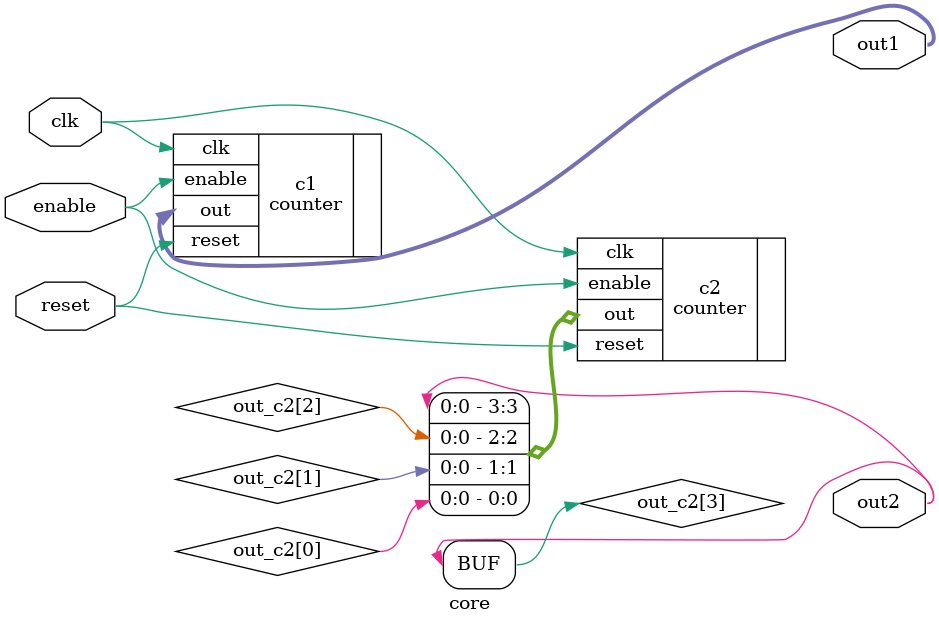
<source format=v>
/* Generated by Yosys 0.12+45 (git sha1 UNKNOWN, gcc 8.3.1 -fPIC -Os) */

module core(enable, clk, reset, out1, out2);
  input clk;
  input enable;
  output [3:0] out1;
  output out2;
  wire \out_c2[0] ;
  wire \out_c2[1] ;
  wire \out_c2[2] ;
  wire \out_c2[3] ;
  input reset;
  counter c1 (
    .clk(clk),
    .enable(enable),
    .out(out1),
    .reset(reset)
  );
  counter c2 (
    .clk(clk),
    .enable(enable),
    .out({ out2, \out_c2[2] , \out_c2[1] , \out_c2[0]  }),
    .reset(reset)
  );
  assign \out_c2[3]  = out2;
endmodule

</source>
